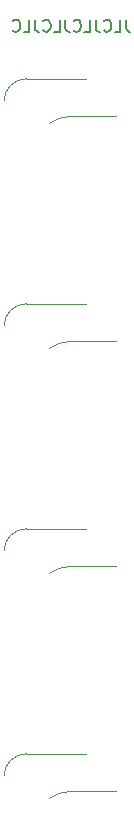
<source format=gbo>
%TF.GenerationSoftware,KiCad,Pcbnew,(6.0.4-0)*%
%TF.CreationDate,2022-03-28T13:48:44+08:00*%
%TF.ProjectId,Phalanx,5068616c-616e-4782-9e6b-696361645f70,rev?*%
%TF.SameCoordinates,Original*%
%TF.FileFunction,Legend,Bot*%
%TF.FilePolarity,Positive*%
%FSLAX46Y46*%
G04 Gerber Fmt 4.6, Leading zero omitted, Abs format (unit mm)*
G04 Created by KiCad (PCBNEW (6.0.4-0)) date 2022-03-28 13:48:44*
%MOMM*%
%LPD*%
G01*
G04 APERTURE LIST*
%ADD10C,0.150000*%
%ADD11C,0.120000*%
%ADD12R,1.700000X1.700000*%
%ADD13O,1.700000X1.700000*%
%ADD14C,1.900000*%
%ADD15C,4.000000*%
%ADD16C,3.000000*%
%ADD17R,2.550000X2.500000*%
%ADD18O,2.500000X2.000000*%
%ADD19C,0.800000*%
G04 APERTURE END LIST*
D10*
X106219047Y-67397380D02*
X106219047Y-68111666D01*
X106266666Y-68254523D01*
X106361904Y-68349761D01*
X106504761Y-68397380D01*
X106600000Y-68397380D01*
X105266666Y-68397380D02*
X105742857Y-68397380D01*
X105742857Y-67397380D01*
X104361904Y-68302142D02*
X104409523Y-68349761D01*
X104552380Y-68397380D01*
X104647619Y-68397380D01*
X104790476Y-68349761D01*
X104885714Y-68254523D01*
X104933333Y-68159285D01*
X104980952Y-67968809D01*
X104980952Y-67825952D01*
X104933333Y-67635476D01*
X104885714Y-67540238D01*
X104790476Y-67445000D01*
X104647619Y-67397380D01*
X104552380Y-67397380D01*
X104409523Y-67445000D01*
X104361904Y-67492619D01*
X103647619Y-67397380D02*
X103647619Y-68111666D01*
X103695238Y-68254523D01*
X103790476Y-68349761D01*
X103933333Y-68397380D01*
X104028571Y-68397380D01*
X102695238Y-68397380D02*
X103171428Y-68397380D01*
X103171428Y-67397380D01*
X101790476Y-68302142D02*
X101838095Y-68349761D01*
X101980952Y-68397380D01*
X102076190Y-68397380D01*
X102219047Y-68349761D01*
X102314285Y-68254523D01*
X102361904Y-68159285D01*
X102409523Y-67968809D01*
X102409523Y-67825952D01*
X102361904Y-67635476D01*
X102314285Y-67540238D01*
X102219047Y-67445000D01*
X102076190Y-67397380D01*
X101980952Y-67397380D01*
X101838095Y-67445000D01*
X101790476Y-67492619D01*
X101076190Y-67397380D02*
X101076190Y-68111666D01*
X101123809Y-68254523D01*
X101219047Y-68349761D01*
X101361904Y-68397380D01*
X101457142Y-68397380D01*
X100123809Y-68397380D02*
X100600000Y-68397380D01*
X100600000Y-67397380D01*
X99219047Y-68302142D02*
X99266666Y-68349761D01*
X99409523Y-68397380D01*
X99504761Y-68397380D01*
X99647619Y-68349761D01*
X99742857Y-68254523D01*
X99790476Y-68159285D01*
X99838095Y-67968809D01*
X99838095Y-67825952D01*
X99790476Y-67635476D01*
X99742857Y-67540238D01*
X99647619Y-67445000D01*
X99504761Y-67397380D01*
X99409523Y-67397380D01*
X99266666Y-67445000D01*
X99219047Y-67492619D01*
X98504761Y-67397380D02*
X98504761Y-68111666D01*
X98552380Y-68254523D01*
X98647619Y-68349761D01*
X98790476Y-68397380D01*
X98885714Y-68397380D01*
X97552380Y-68397380D02*
X98028571Y-68397380D01*
X98028571Y-67397380D01*
X96647619Y-68302142D02*
X96695238Y-68349761D01*
X96838095Y-68397380D01*
X96933333Y-68397380D01*
X97076190Y-68349761D01*
X97171428Y-68254523D01*
X97219047Y-68159285D01*
X97266666Y-67968809D01*
X97266666Y-67825952D01*
X97219047Y-67635476D01*
X97171428Y-67540238D01*
X97076190Y-67445000D01*
X96933333Y-67397380D01*
X96838095Y-67397380D01*
X96695238Y-67445000D01*
X96647619Y-67492619D01*
D11*
%TO.C,SW3*%
X97790000Y-110490000D02*
X102870000Y-110490000D01*
X101600000Y-113665000D02*
X105410000Y-113665000D01*
X97790000Y-110490000D02*
G75*
G03*
X95885000Y-112395000I1J-1905001D01*
G01*
X101600000Y-113665000D02*
G75*
G03*
X99695000Y-114300000I3J-3175009D01*
G01*
%TO.C,SW4*%
X101600000Y-132715000D02*
X105410000Y-132715000D01*
X97790000Y-129540000D02*
X102870000Y-129540000D01*
X97790000Y-129540000D02*
G75*
G03*
X95885000Y-131445000I1J-1905001D01*
G01*
X101600000Y-132715000D02*
G75*
G03*
X99695000Y-133350000I3J-3175009D01*
G01*
%TO.C,SW2*%
X101600000Y-94615000D02*
X105410000Y-94615000D01*
X97790000Y-91440000D02*
X102870000Y-91440000D01*
X97790000Y-91440000D02*
G75*
G03*
X95885000Y-93345000I1J-1905001D01*
G01*
X101600000Y-94615000D02*
G75*
G03*
X99695000Y-95250000I3J-3175009D01*
G01*
%TO.C,SW1*%
X97790000Y-72390000D02*
X102870000Y-72390000D01*
X101600000Y-75565000D02*
X105410000Y-75565000D01*
X101600000Y-75565000D02*
G75*
G03*
X99695000Y-76200000I3J-3175009D01*
G01*
X97790000Y-72390000D02*
G75*
G03*
X95885000Y-74295000I1J-1905001D01*
G01*
%TD*%
%LPC*%
D12*
%TO.C,J1*%
X104140000Y-54610000D03*
D13*
X104140000Y-57150000D03*
X104140000Y-59690000D03*
X104140000Y-62230000D03*
X104140000Y-64770000D03*
%TD*%
D14*
%TO.C,SW3*%
X106680000Y-116840000D03*
D15*
X101600000Y-116840000D03*
D14*
X96520000Y-116840000D03*
D16*
X104140000Y-111760000D03*
X97790000Y-114300000D03*
D17*
X94515000Y-114300000D03*
D18*
X99060000Y-121920000D03*
D17*
X107442000Y-111760000D03*
D18*
X105410000Y-119380000D03*
%TD*%
D19*
%TO.C,REF\u002A\u002A*%
X104140000Y-126365000D03*
X96520000Y-126365000D03*
X106680000Y-126365000D03*
X101600000Y-126365000D03*
X99060000Y-126365000D03*
%TD*%
D14*
%TO.C,SW4*%
X96520000Y-135890000D03*
D15*
X101600000Y-135890000D03*
D16*
X104140000Y-130810000D03*
D14*
X106680000Y-135890000D03*
D16*
X97790000Y-133350000D03*
D17*
X94515000Y-133350000D03*
D18*
X99060000Y-140970000D03*
X105410000Y-138430000D03*
D17*
X107442000Y-130810000D03*
%TD*%
D14*
%TO.C,SW2*%
X96520000Y-97790000D03*
X106680000Y-97790000D03*
D15*
X101600000Y-97790000D03*
D16*
X104140000Y-92710000D03*
X97790000Y-95250000D03*
D17*
X94515000Y-95250000D03*
D18*
X99060000Y-102870000D03*
X105410000Y-100330000D03*
D17*
X107442000Y-92710000D03*
%TD*%
D12*
%TO.C,J2*%
X99060000Y-54610000D03*
D13*
X99060000Y-57150000D03*
X99060000Y-59690000D03*
X99060000Y-62230000D03*
X99060000Y-64770000D03*
%TD*%
D12*
%TO.C,J3*%
X96520000Y-144145000D03*
D13*
X99060000Y-144145000D03*
X101600000Y-144145000D03*
X104140000Y-144145000D03*
X106680000Y-144145000D03*
%TD*%
D14*
%TO.C,SW1*%
X96520000Y-78740000D03*
D16*
X97790000Y-76200000D03*
D15*
X101600000Y-78740000D03*
D16*
X104140000Y-73660000D03*
D14*
X106680000Y-78740000D03*
D18*
X99060000Y-83820000D03*
D17*
X94515000Y-76200000D03*
D18*
X105410000Y-81280000D03*
D17*
X107442000Y-73660000D03*
%TD*%
M02*

</source>
